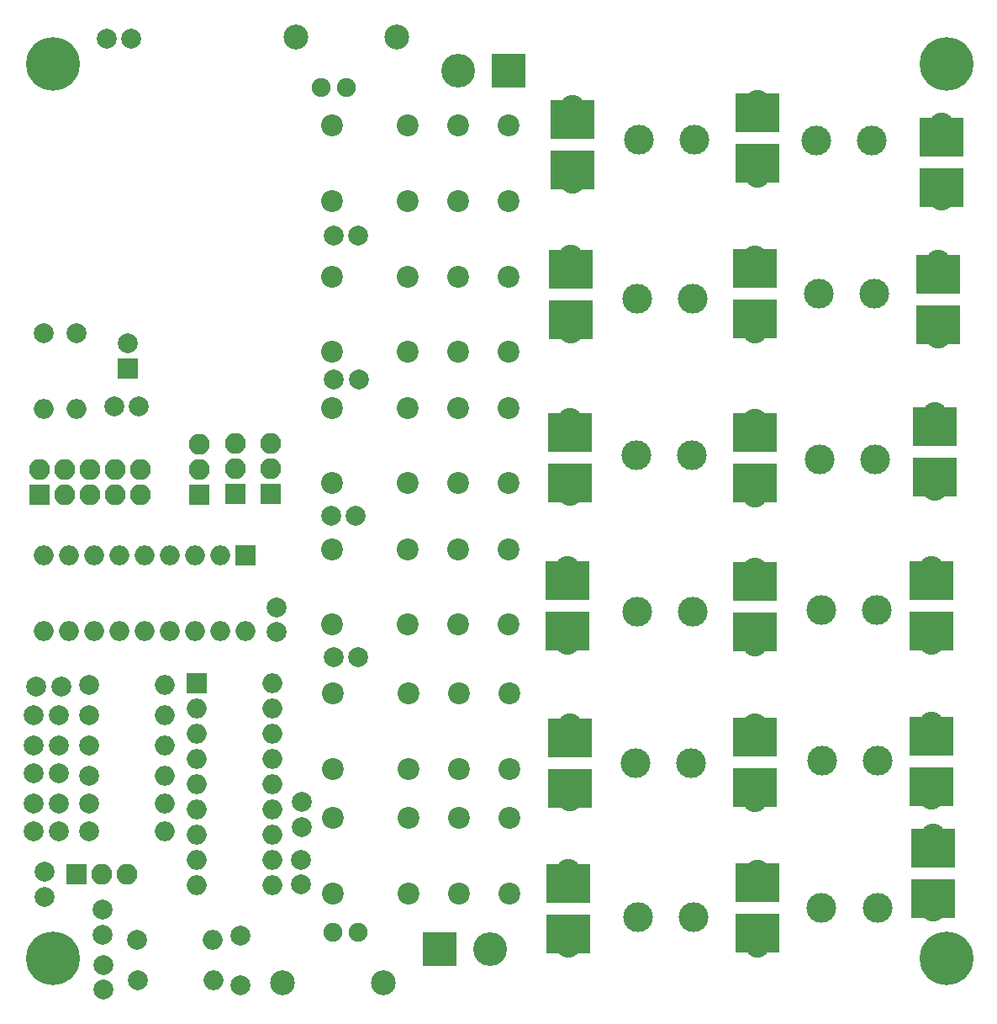
<source format=gbr>
G04 #@! TF.FileFunction,Soldermask,Top*
%FSLAX46Y46*%
G04 Gerber Fmt 4.6, Leading zero omitted, Abs format (unit mm)*
G04 Created by KiCad (PCBNEW 4.0.7) date 07/02/19 23:07:16*
%MOMM*%
%LPD*%
G01*
G04 APERTURE LIST*
%ADD10C,0.100000*%
%ADD11C,3.000000*%
%ADD12C,1.900000*%
%ADD13C,2.500000*%
%ADD14R,3.400000X3.400000*%
%ADD15C,3.400000*%
%ADD16C,5.400000*%
%ADD17C,2.400000*%
%ADD18R,4.400000X3.900000*%
%ADD19C,2.200000*%
%ADD20R,2.000000X2.000000*%
%ADD21O,2.000000X2.000000*%
%ADD22C,2.000000*%
%ADD23R,2.100000X2.100000*%
%ADD24O,2.100000X2.100000*%
G04 APERTURE END LIST*
D10*
D11*
X122148600Y-68122800D03*
X127748600Y-68122800D03*
X103670100Y-115366800D03*
X109270100Y-115366800D03*
D12*
X74587100Y-47317700D03*
X72047100Y-47317700D03*
D13*
X69507100Y-42237700D03*
X79667100Y-42237700D03*
D14*
X90906600Y-45643800D03*
D15*
X85826600Y-45643800D03*
D12*
X73190100Y-132323800D03*
X75730100Y-132323800D03*
D13*
X78270100Y-137403800D03*
X68110100Y-137403800D03*
D14*
X83921600Y-134035800D03*
D15*
X89001600Y-134035800D03*
D16*
X45000000Y-135000000D03*
X135000000Y-135000000D03*
X135000000Y-45000000D03*
X45000000Y-45000000D03*
D11*
X103860600Y-100126800D03*
X109460600Y-100126800D03*
X103936800Y-130860800D03*
X109536800Y-130860800D03*
X121894600Y-52692300D03*
X127494600Y-52692300D03*
X122250200Y-84734400D03*
X127850200Y-84734400D03*
X122377200Y-99923600D03*
X127977200Y-99923600D03*
X122453400Y-115062000D03*
X128053400Y-115062000D03*
X122428000Y-129921000D03*
X128028000Y-129921000D03*
D17*
X97320100Y-49326800D03*
X97320100Y-56826800D03*
D18*
X97320100Y-50596800D03*
X97320100Y-55676800D03*
D17*
X97193100Y-64376300D03*
X97193100Y-71876300D03*
D18*
X97193100Y-65646300D03*
X97193100Y-70726300D03*
D17*
X97066100Y-80759300D03*
X97066100Y-88259300D03*
D18*
X97066100Y-82029300D03*
X97066100Y-87109300D03*
D17*
X96812100Y-95681800D03*
X96812100Y-103181800D03*
D18*
X96812100Y-96951800D03*
X96812100Y-102031800D03*
D17*
X97066100Y-111493300D03*
X97066100Y-118993300D03*
D18*
X97066100Y-112763300D03*
X97066100Y-117843300D03*
D17*
X96875600Y-126161800D03*
X96875600Y-133661800D03*
D18*
X96875600Y-127431800D03*
X96875600Y-132511800D03*
D17*
X115989100Y-56248300D03*
X115989100Y-48748300D03*
D18*
X115989100Y-54978300D03*
X115989100Y-49898300D03*
D17*
X115671600Y-71932800D03*
X115671600Y-64432800D03*
D18*
X115671600Y-70662800D03*
X115671600Y-65582800D03*
D17*
X115671600Y-88379300D03*
X115671600Y-80879300D03*
D18*
X115671600Y-87109300D03*
X115671600Y-82029300D03*
D17*
X115671600Y-103365300D03*
X115671600Y-95865300D03*
D18*
X115671600Y-102095300D03*
X115671600Y-97015300D03*
D17*
X115735100Y-119049800D03*
X115735100Y-111549800D03*
D18*
X115735100Y-117779800D03*
X115735100Y-112699800D03*
D17*
X115951000Y-133731000D03*
X115951000Y-126231000D03*
D18*
X115951000Y-132461000D03*
X115951000Y-127381000D03*
D17*
X134531100Y-51041300D03*
X134531100Y-58541300D03*
D18*
X134531100Y-52311300D03*
X134531100Y-57391300D03*
D17*
X134162800Y-64897000D03*
X134162800Y-72397000D03*
D18*
X134162800Y-66167000D03*
X134162800Y-71247000D03*
D17*
X133807200Y-80187800D03*
X133807200Y-87687800D03*
D18*
X133807200Y-81457800D03*
X133807200Y-86537800D03*
D17*
X133502400Y-95681800D03*
X133502400Y-103181800D03*
D18*
X133502400Y-96951800D03*
X133502400Y-102031800D03*
D17*
X133477000Y-111328200D03*
X133477000Y-118828200D03*
D18*
X133477000Y-112598200D03*
X133477000Y-117678200D03*
D17*
X133616700Y-122593100D03*
X133616700Y-130093100D03*
D18*
X133616700Y-123863100D03*
X133616700Y-128943100D03*
D11*
X103987600Y-52565300D03*
X109587600Y-52565300D03*
X103860600Y-68567300D03*
X109460600Y-68567300D03*
X103733600Y-84315300D03*
X109333600Y-84315300D03*
D19*
X80716100Y-51140200D03*
X90876100Y-51140200D03*
X85796100Y-51140200D03*
X85796100Y-58740200D03*
X80716100Y-58740200D03*
X90876100Y-58740200D03*
X73096100Y-51140200D03*
X73096100Y-58740200D03*
X80779600Y-66354800D03*
X90939600Y-66354800D03*
X85859600Y-66354800D03*
X85859600Y-73954800D03*
X80779600Y-73954800D03*
X90939600Y-73954800D03*
X73159600Y-66354800D03*
X73159600Y-73954800D03*
X80779600Y-79562800D03*
X90939600Y-79562800D03*
X85859600Y-79562800D03*
X85859600Y-87162800D03*
X80779600Y-87162800D03*
X90939600Y-87162800D03*
X73159600Y-79562800D03*
X73159600Y-87162800D03*
X80779600Y-93786800D03*
X90939600Y-93786800D03*
X85859600Y-93786800D03*
X85859600Y-101386800D03*
X80779600Y-101386800D03*
X90939600Y-101386800D03*
X73159600Y-93786800D03*
X73159600Y-101386800D03*
X80789760Y-108295280D03*
X90949760Y-108295280D03*
X85869760Y-108295280D03*
X85869760Y-115895280D03*
X80789760Y-115895280D03*
X90949760Y-115895280D03*
X73169760Y-108295280D03*
X73169760Y-115895280D03*
X80845640Y-120812400D03*
X91005640Y-120812400D03*
X85925640Y-120812400D03*
X85925640Y-128412400D03*
X80845640Y-128412400D03*
X91005640Y-128412400D03*
X73225640Y-120812400D03*
X73225640Y-128412400D03*
D20*
X59474100Y-107302300D03*
D21*
X67094100Y-127622300D03*
X59474100Y-109842300D03*
X67094100Y-125082300D03*
X59474100Y-112382300D03*
X67094100Y-122542300D03*
X59474100Y-114922300D03*
X67094100Y-120002300D03*
X59474100Y-117462300D03*
X67094100Y-117462300D03*
X59474100Y-120002300D03*
X67094100Y-114922300D03*
X59474100Y-122542300D03*
X67094100Y-112382300D03*
X59474100Y-125082300D03*
X67094100Y-109842300D03*
X59474100Y-127622300D03*
X67094100Y-107302300D03*
D22*
X73253600Y-62280800D03*
X75753600Y-62280800D03*
X73317100Y-76695300D03*
X75817100Y-76695300D03*
X70078600Y-119240300D03*
X70078600Y-121740300D03*
X69951600Y-127558800D03*
X69951600Y-125058800D03*
X72999600Y-90474800D03*
X75499600Y-90474800D03*
X73253600Y-104698800D03*
X75753600Y-104698800D03*
X51155600Y-79425800D03*
X53655600Y-79425800D03*
X67513200Y-99631500D03*
X67513200Y-102131500D03*
X45821600Y-107619800D03*
X43321600Y-107619800D03*
X50393600Y-42468800D03*
X52893600Y-42468800D03*
X44170600Y-128765300D03*
X44170600Y-126265300D03*
X45567600Y-110540800D03*
X43067600Y-110540800D03*
X45567600Y-113588800D03*
X43067600Y-113588800D03*
X45567600Y-116382800D03*
X43067600Y-116382800D03*
X45567600Y-119430800D03*
X43067600Y-119430800D03*
X45567600Y-122224800D03*
X43067600Y-122224800D03*
X63855600Y-137718800D03*
X63855600Y-132718800D03*
X50012600Y-132575300D03*
X50012600Y-130075300D03*
D23*
X43662600Y-88315800D03*
D24*
X43662600Y-85775800D03*
X46202600Y-88315800D03*
X46202600Y-85775800D03*
X48742600Y-88315800D03*
X48742600Y-85775800D03*
X51282600Y-88315800D03*
X51282600Y-85775800D03*
X53822600Y-88315800D03*
X53822600Y-85775800D03*
D23*
X47409100Y-126479300D03*
D24*
X49949100Y-126479300D03*
X52489100Y-126479300D03*
D23*
X59766200Y-88290400D03*
D24*
X59766200Y-85750400D03*
X59766200Y-83210400D03*
D23*
X63367920Y-88234520D03*
D24*
X63367920Y-85694520D03*
X63367920Y-83154520D03*
D23*
X66918840Y-88265000D03*
D24*
X66918840Y-85725000D03*
X66918840Y-83185000D03*
D22*
X48615600Y-107492800D03*
D21*
X56235600Y-107492800D03*
D22*
X48615600Y-110540800D03*
D21*
X56235600Y-110540800D03*
D22*
X48615600Y-113588800D03*
D21*
X56235600Y-113588800D03*
D22*
X48615600Y-116636800D03*
D21*
X56235600Y-116636800D03*
D22*
X48615600Y-119430800D03*
D21*
X56235600Y-119430800D03*
D22*
X48615600Y-122224800D03*
D21*
X56235600Y-122224800D03*
D22*
X53505100Y-133146800D03*
D21*
X61125100Y-133146800D03*
D22*
X53568600Y-137210800D03*
D21*
X61188600Y-137210800D03*
D22*
X44043600Y-72059800D03*
D21*
X44043600Y-79679800D03*
D22*
X47386240Y-72085200D03*
D21*
X47386240Y-79705200D03*
D20*
X64427100Y-94411800D03*
D21*
X44107100Y-102031800D03*
X61887100Y-94411800D03*
X46647100Y-102031800D03*
X59347100Y-94411800D03*
X49187100Y-102031800D03*
X56807100Y-94411800D03*
X51727100Y-102031800D03*
X54267100Y-94411800D03*
X54267100Y-102031800D03*
X51727100Y-94411800D03*
X56807100Y-102031800D03*
X49187100Y-94411800D03*
X59347100Y-102031800D03*
X46647100Y-94411800D03*
X61887100Y-102031800D03*
X44107100Y-94411800D03*
X64427100Y-102031800D03*
D22*
X50076100Y-135623300D03*
X50076100Y-138123300D03*
D20*
X52552600Y-75615800D03*
D22*
X52552600Y-73115800D03*
M02*

</source>
